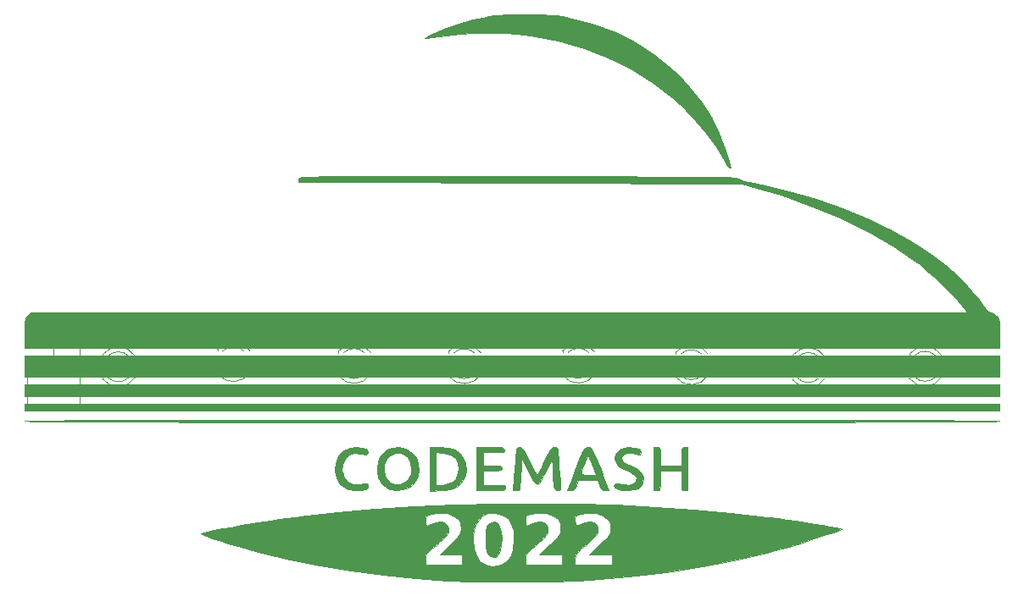
<source format=gbr>
%TF.GenerationSoftware,KiCad,Pcbnew,5.1.10-88a1d61d58~88~ubuntu20.04.1*%
%TF.CreationDate,2021-09-19T12:56:21-04:00*%
%TF.ProjectId,Spaceship-Badge-555,53706163-6573-4686-9970-2d4261646765,rev?*%
%TF.SameCoordinates,Original*%
%TF.FileFunction,Legend,Top*%
%TF.FilePolarity,Positive*%
%FSLAX46Y46*%
G04 Gerber Fmt 4.6, Leading zero omitted, Abs format (unit mm)*
G04 Created by KiCad (PCBNEW 5.1.10-88a1d61d58~88~ubuntu20.04.1) date 2021-09-19 12:56:21*
%MOMM*%
%LPD*%
G01*
G04 APERTURE LIST*
%ADD10C,0.010000*%
%ADD11C,0.120000*%
G04 APERTURE END LIST*
D10*
%TO.C,G\u002A\u002A\u002A*%
G36*
X202306924Y-116628017D02*
G01*
X206383014Y-116735407D01*
X210293896Y-116917492D01*
X214083181Y-117176807D01*
X217794480Y-117515889D01*
X221471404Y-117937274D01*
X221752154Y-117972925D01*
X222546723Y-118078601D01*
X223423499Y-118202161D01*
X224345315Y-118337650D01*
X225275006Y-118479112D01*
X226175404Y-118620592D01*
X227009344Y-118756135D01*
X227739659Y-118879784D01*
X228329183Y-118985586D01*
X228740749Y-119067583D01*
X228937191Y-119119822D01*
X228947053Y-119125815D01*
X228852678Y-119186422D01*
X228542873Y-119310243D01*
X228053203Y-119485867D01*
X227419236Y-119701879D01*
X226676537Y-119946867D01*
X225860672Y-120209418D01*
X225007208Y-120478120D01*
X224151710Y-120741559D01*
X223329744Y-120988323D01*
X222576878Y-121207000D01*
X221928676Y-121386175D01*
X221785416Y-121423910D01*
X218505780Y-122198583D01*
X215023257Y-122872415D01*
X211379099Y-123439238D01*
X207614562Y-123892885D01*
X203770899Y-124227186D01*
X202473560Y-124311368D01*
X201643506Y-124349326D01*
X200599662Y-124379303D01*
X199389972Y-124401339D01*
X198062380Y-124415470D01*
X196664827Y-124421734D01*
X195245258Y-124420169D01*
X193851616Y-124410811D01*
X192531845Y-124393698D01*
X191333887Y-124368868D01*
X190305686Y-124336358D01*
X189577168Y-124301295D01*
X186354942Y-124056884D01*
X183111612Y-123713120D01*
X179897972Y-123277982D01*
X176764816Y-122759450D01*
X173762938Y-122165503D01*
X170943132Y-121504121D01*
X169741601Y-121185092D01*
X168628228Y-120870971D01*
X167616060Y-120572518D01*
X166728785Y-120297659D01*
X165990096Y-120054320D01*
X165423682Y-119850428D01*
X165053234Y-119693909D01*
X164902442Y-119592688D01*
X164910200Y-119568640D01*
X165125095Y-119495272D01*
X165566785Y-119390879D01*
X166202767Y-119260932D01*
X167000535Y-119110900D01*
X167927585Y-118946255D01*
X168951412Y-118772466D01*
X170039512Y-118595003D01*
X171159381Y-118419337D01*
X171944630Y-118301179D01*
X187351395Y-118301179D01*
X187370962Y-118658444D01*
X187465588Y-118787481D01*
X187689158Y-118721062D01*
X187875106Y-118619676D01*
X188327252Y-118467097D01*
X188854192Y-118431985D01*
X189249170Y-118506605D01*
X189496255Y-118725918D01*
X189623973Y-119085886D01*
X189597212Y-119479236D01*
X189581996Y-119523472D01*
X189434725Y-119738141D01*
X189132846Y-120066386D01*
X188725523Y-120457333D01*
X188411618Y-120734555D01*
X187941954Y-121140953D01*
X187637864Y-121430100D01*
X187463217Y-121651732D01*
X187381882Y-121855583D01*
X187357730Y-122091386D01*
X187356126Y-122187460D01*
X187351395Y-122743903D01*
X191017374Y-122743903D01*
X191017374Y-121696480D01*
X188750093Y-121696480D01*
X189819080Y-120681789D01*
X190282585Y-120237503D01*
X190327744Y-120190810D01*
X192066257Y-120190810D01*
X192155996Y-121078596D01*
X192410737Y-121806567D01*
X192808766Y-122356960D01*
X193328370Y-122712014D01*
X193947835Y-122853965D01*
X194645448Y-122765051D01*
X195035724Y-122619940D01*
X195542170Y-122287462D01*
X195891288Y-121806753D01*
X196096016Y-121150100D01*
X196169295Y-120289790D01*
X196169891Y-120190810D01*
X196113100Y-119321721D01*
X195932097Y-118658075D01*
X195698746Y-118301179D01*
X197301911Y-118301179D01*
X197321478Y-118658444D01*
X197416103Y-118787481D01*
X197639674Y-118721062D01*
X197825622Y-118619676D01*
X198277767Y-118467097D01*
X198804707Y-118431985D01*
X199199685Y-118506605D01*
X199446771Y-118725918D01*
X199574489Y-119085886D01*
X199547728Y-119479236D01*
X199532512Y-119523472D01*
X199385241Y-119738141D01*
X199083361Y-120066386D01*
X198676039Y-120457333D01*
X198362133Y-120734555D01*
X197892469Y-121140953D01*
X197588379Y-121430100D01*
X197413732Y-121651732D01*
X197332398Y-121855583D01*
X197308245Y-122091386D01*
X197306642Y-122187460D01*
X197301911Y-122743903D01*
X200967890Y-122743903D01*
X200967890Y-121696480D01*
X198700609Y-121696480D01*
X199769596Y-120681789D01*
X200233101Y-120237503D01*
X200538514Y-119921717D01*
X200718755Y-119683811D01*
X200806740Y-119473166D01*
X200835389Y-119239163D01*
X200837773Y-119039240D01*
X200798594Y-118575019D01*
X200678648Y-118301179D01*
X202277168Y-118301179D01*
X202296735Y-118658444D01*
X202391361Y-118787481D01*
X202614932Y-118721062D01*
X202800880Y-118619676D01*
X203253025Y-118467097D01*
X203779965Y-118431985D01*
X204174943Y-118506605D01*
X204422028Y-118725918D01*
X204549746Y-119085886D01*
X204522986Y-119479236D01*
X204507769Y-119523472D01*
X204360498Y-119738141D01*
X204058619Y-120066386D01*
X203651297Y-120457333D01*
X203337391Y-120734555D01*
X202867727Y-121140953D01*
X202563637Y-121430100D01*
X202388990Y-121651732D01*
X202307655Y-121855583D01*
X202283503Y-122091386D01*
X202281900Y-122187460D01*
X202277168Y-122743903D01*
X205943148Y-122743903D01*
X205943148Y-121696480D01*
X203675866Y-121696480D01*
X204744854Y-120681789D01*
X205208359Y-120237503D01*
X205513772Y-119921717D01*
X205694012Y-119683811D01*
X205781998Y-119473166D01*
X205810647Y-119239163D01*
X205813030Y-119039240D01*
X205773852Y-118575019D01*
X205633262Y-118254049D01*
X205499951Y-118099113D01*
X205016115Y-117779892D01*
X204370913Y-117590710D01*
X203640166Y-117550648D01*
X203404991Y-117571886D01*
X202862908Y-117646715D01*
X202530056Y-117725123D01*
X202355464Y-117840069D01*
X202288159Y-118024512D01*
X202277168Y-118301179D01*
X200678648Y-118301179D01*
X200658004Y-118254049D01*
X200524693Y-118099113D01*
X200040857Y-117779892D01*
X199395656Y-117590710D01*
X198664908Y-117550648D01*
X198429733Y-117571886D01*
X197887651Y-117646715D01*
X197554799Y-117725123D01*
X197380206Y-117840069D01*
X197312901Y-118024512D01*
X197301911Y-118301179D01*
X195698746Y-118301179D01*
X195610940Y-118166887D01*
X195133685Y-117815177D01*
X194987632Y-117744964D01*
X194271037Y-117543683D01*
X193617207Y-117582017D01*
X193049063Y-117840777D01*
X192589529Y-118300772D01*
X192261525Y-118942811D01*
X192087973Y-119747702D01*
X192066257Y-120190810D01*
X190327744Y-120190810D01*
X190587999Y-119921717D01*
X190768239Y-119683811D01*
X190856224Y-119473166D01*
X190884873Y-119239163D01*
X190887257Y-119039240D01*
X190848079Y-118575019D01*
X190707488Y-118254049D01*
X190574177Y-118099113D01*
X190090342Y-117779892D01*
X189445140Y-117590710D01*
X188714393Y-117550648D01*
X188479218Y-117571886D01*
X187937135Y-117646715D01*
X187604283Y-117725123D01*
X187429691Y-117840069D01*
X187362386Y-118024512D01*
X187351395Y-118301179D01*
X171944630Y-118301179D01*
X172278514Y-118250939D01*
X173364406Y-118095277D01*
X174384554Y-117957823D01*
X174782323Y-117907245D01*
X178536231Y-117484258D01*
X182341527Y-117146068D01*
X186239833Y-116890321D01*
X190272768Y-116714662D01*
X194481954Y-116616737D01*
X198022014Y-116592783D01*
X202306924Y-116628017D01*
G37*
X202306924Y-116628017D02*
X206383014Y-116735407D01*
X210293896Y-116917492D01*
X214083181Y-117176807D01*
X217794480Y-117515889D01*
X221471404Y-117937274D01*
X221752154Y-117972925D01*
X222546723Y-118078601D01*
X223423499Y-118202161D01*
X224345315Y-118337650D01*
X225275006Y-118479112D01*
X226175404Y-118620592D01*
X227009344Y-118756135D01*
X227739659Y-118879784D01*
X228329183Y-118985586D01*
X228740749Y-119067583D01*
X228937191Y-119119822D01*
X228947053Y-119125815D01*
X228852678Y-119186422D01*
X228542873Y-119310243D01*
X228053203Y-119485867D01*
X227419236Y-119701879D01*
X226676537Y-119946867D01*
X225860672Y-120209418D01*
X225007208Y-120478120D01*
X224151710Y-120741559D01*
X223329744Y-120988323D01*
X222576878Y-121207000D01*
X221928676Y-121386175D01*
X221785416Y-121423910D01*
X218505780Y-122198583D01*
X215023257Y-122872415D01*
X211379099Y-123439238D01*
X207614562Y-123892885D01*
X203770899Y-124227186D01*
X202473560Y-124311368D01*
X201643506Y-124349326D01*
X200599662Y-124379303D01*
X199389972Y-124401339D01*
X198062380Y-124415470D01*
X196664827Y-124421734D01*
X195245258Y-124420169D01*
X193851616Y-124410811D01*
X192531845Y-124393698D01*
X191333887Y-124368868D01*
X190305686Y-124336358D01*
X189577168Y-124301295D01*
X186354942Y-124056884D01*
X183111612Y-123713120D01*
X179897972Y-123277982D01*
X176764816Y-122759450D01*
X173762938Y-122165503D01*
X170943132Y-121504121D01*
X169741601Y-121185092D01*
X168628228Y-120870971D01*
X167616060Y-120572518D01*
X166728785Y-120297659D01*
X165990096Y-120054320D01*
X165423682Y-119850428D01*
X165053234Y-119693909D01*
X164902442Y-119592688D01*
X164910200Y-119568640D01*
X165125095Y-119495272D01*
X165566785Y-119390879D01*
X166202767Y-119260932D01*
X167000535Y-119110900D01*
X167927585Y-118946255D01*
X168951412Y-118772466D01*
X170039512Y-118595003D01*
X171159381Y-118419337D01*
X171944630Y-118301179D01*
X187351395Y-118301179D01*
X187370962Y-118658444D01*
X187465588Y-118787481D01*
X187689158Y-118721062D01*
X187875106Y-118619676D01*
X188327252Y-118467097D01*
X188854192Y-118431985D01*
X189249170Y-118506605D01*
X189496255Y-118725918D01*
X189623973Y-119085886D01*
X189597212Y-119479236D01*
X189581996Y-119523472D01*
X189434725Y-119738141D01*
X189132846Y-120066386D01*
X188725523Y-120457333D01*
X188411618Y-120734555D01*
X187941954Y-121140953D01*
X187637864Y-121430100D01*
X187463217Y-121651732D01*
X187381882Y-121855583D01*
X187357730Y-122091386D01*
X187356126Y-122187460D01*
X187351395Y-122743903D01*
X191017374Y-122743903D01*
X191017374Y-121696480D01*
X188750093Y-121696480D01*
X189819080Y-120681789D01*
X190282585Y-120237503D01*
X190327744Y-120190810D01*
X192066257Y-120190810D01*
X192155996Y-121078596D01*
X192410737Y-121806567D01*
X192808766Y-122356960D01*
X193328370Y-122712014D01*
X193947835Y-122853965D01*
X194645448Y-122765051D01*
X195035724Y-122619940D01*
X195542170Y-122287462D01*
X195891288Y-121806753D01*
X196096016Y-121150100D01*
X196169295Y-120289790D01*
X196169891Y-120190810D01*
X196113100Y-119321721D01*
X195932097Y-118658075D01*
X195698746Y-118301179D01*
X197301911Y-118301179D01*
X197321478Y-118658444D01*
X197416103Y-118787481D01*
X197639674Y-118721062D01*
X197825622Y-118619676D01*
X198277767Y-118467097D01*
X198804707Y-118431985D01*
X199199685Y-118506605D01*
X199446771Y-118725918D01*
X199574489Y-119085886D01*
X199547728Y-119479236D01*
X199532512Y-119523472D01*
X199385241Y-119738141D01*
X199083361Y-120066386D01*
X198676039Y-120457333D01*
X198362133Y-120734555D01*
X197892469Y-121140953D01*
X197588379Y-121430100D01*
X197413732Y-121651732D01*
X197332398Y-121855583D01*
X197308245Y-122091386D01*
X197306642Y-122187460D01*
X197301911Y-122743903D01*
X200967890Y-122743903D01*
X200967890Y-121696480D01*
X198700609Y-121696480D01*
X199769596Y-120681789D01*
X200233101Y-120237503D01*
X200538514Y-119921717D01*
X200718755Y-119683811D01*
X200806740Y-119473166D01*
X200835389Y-119239163D01*
X200837773Y-119039240D01*
X200798594Y-118575019D01*
X200678648Y-118301179D01*
X202277168Y-118301179D01*
X202296735Y-118658444D01*
X202391361Y-118787481D01*
X202614932Y-118721062D01*
X202800880Y-118619676D01*
X203253025Y-118467097D01*
X203779965Y-118431985D01*
X204174943Y-118506605D01*
X204422028Y-118725918D01*
X204549746Y-119085886D01*
X204522986Y-119479236D01*
X204507769Y-119523472D01*
X204360498Y-119738141D01*
X204058619Y-120066386D01*
X203651297Y-120457333D01*
X203337391Y-120734555D01*
X202867727Y-121140953D01*
X202563637Y-121430100D01*
X202388990Y-121651732D01*
X202307655Y-121855583D01*
X202283503Y-122091386D01*
X202281900Y-122187460D01*
X202277168Y-122743903D01*
X205943148Y-122743903D01*
X205943148Y-121696480D01*
X203675866Y-121696480D01*
X204744854Y-120681789D01*
X205208359Y-120237503D01*
X205513772Y-119921717D01*
X205694012Y-119683811D01*
X205781998Y-119473166D01*
X205810647Y-119239163D01*
X205813030Y-119039240D01*
X205773852Y-118575019D01*
X205633262Y-118254049D01*
X205499951Y-118099113D01*
X205016115Y-117779892D01*
X204370913Y-117590710D01*
X203640166Y-117550648D01*
X203404991Y-117571886D01*
X202862908Y-117646715D01*
X202530056Y-117725123D01*
X202355464Y-117840069D01*
X202288159Y-118024512D01*
X202277168Y-118301179D01*
X200678648Y-118301179D01*
X200658004Y-118254049D01*
X200524693Y-118099113D01*
X200040857Y-117779892D01*
X199395656Y-117590710D01*
X198664908Y-117550648D01*
X198429733Y-117571886D01*
X197887651Y-117646715D01*
X197554799Y-117725123D01*
X197380206Y-117840069D01*
X197312901Y-118024512D01*
X197301911Y-118301179D01*
X195698746Y-118301179D01*
X195610940Y-118166887D01*
X195133685Y-117815177D01*
X194987632Y-117744964D01*
X194271037Y-117543683D01*
X193617207Y-117582017D01*
X193049063Y-117840777D01*
X192589529Y-118300772D01*
X192261525Y-118942811D01*
X192087973Y-119747702D01*
X192066257Y-120190810D01*
X190327744Y-120190810D01*
X190587999Y-119921717D01*
X190768239Y-119683811D01*
X190856224Y-119473166D01*
X190884873Y-119239163D01*
X190887257Y-119039240D01*
X190848079Y-118575019D01*
X190707488Y-118254049D01*
X190574177Y-118099113D01*
X190090342Y-117779892D01*
X189445140Y-117590710D01*
X188714393Y-117550648D01*
X188479218Y-117571886D01*
X187937135Y-117646715D01*
X187604283Y-117725123D01*
X187429691Y-117840069D01*
X187362386Y-118024512D01*
X187351395Y-118301179D01*
X171944630Y-118301179D01*
X172278514Y-118250939D01*
X173364406Y-118095277D01*
X174384554Y-117957823D01*
X174782323Y-117907245D01*
X178536231Y-117484258D01*
X182341527Y-117146068D01*
X186239833Y-116890321D01*
X190272768Y-116714662D01*
X194481954Y-116616737D01*
X198022014Y-116592783D01*
X202306924Y-116628017D01*
G36*
X180996431Y-111006917D02*
G01*
X181402231Y-111140354D01*
X181583112Y-111352734D01*
X181590570Y-111415525D01*
X181533908Y-111613539D01*
X181334899Y-111678493D01*
X180950015Y-111621058D01*
X180850929Y-111596847D01*
X180225591Y-111549723D01*
X179698038Y-111726001D01*
X179297881Y-112096256D01*
X179054733Y-112631062D01*
X178998206Y-113300994D01*
X179009348Y-113426756D01*
X179183746Y-114020565D01*
X179539417Y-114437591D01*
X180054451Y-114666234D01*
X180706938Y-114694893D01*
X181215577Y-114594901D01*
X181480713Y-114560191D01*
X181605725Y-114686293D01*
X181630714Y-114765747D01*
X181614141Y-115000458D01*
X181380135Y-115155418D01*
X181375277Y-115157275D01*
X180849890Y-115268901D01*
X180236486Y-115272614D01*
X179652532Y-115176065D01*
X179265405Y-115019868D01*
X178753041Y-114584712D01*
X178443141Y-114014157D01*
X178321395Y-113279513D01*
X178318353Y-113120707D01*
X178418623Y-112326880D01*
X178712113Y-111703440D01*
X179187846Y-111261845D01*
X179834842Y-111013551D01*
X180388095Y-110960887D01*
X180996431Y-111006917D01*
G37*
X180996431Y-111006917D02*
X181402231Y-111140354D01*
X181583112Y-111352734D01*
X181590570Y-111415525D01*
X181533908Y-111613539D01*
X181334899Y-111678493D01*
X180950015Y-111621058D01*
X180850929Y-111596847D01*
X180225591Y-111549723D01*
X179698038Y-111726001D01*
X179297881Y-112096256D01*
X179054733Y-112631062D01*
X178998206Y-113300994D01*
X179009348Y-113426756D01*
X179183746Y-114020565D01*
X179539417Y-114437591D01*
X180054451Y-114666234D01*
X180706938Y-114694893D01*
X181215577Y-114594901D01*
X181480713Y-114560191D01*
X181605725Y-114686293D01*
X181630714Y-114765747D01*
X181614141Y-115000458D01*
X181380135Y-115155418D01*
X181375277Y-115157275D01*
X180849890Y-115268901D01*
X180236486Y-115272614D01*
X179652532Y-115176065D01*
X179265405Y-115019868D01*
X178753041Y-114584712D01*
X178443141Y-114014157D01*
X178321395Y-113279513D01*
X178318353Y-113120707D01*
X178418623Y-112326880D01*
X178712113Y-111703440D01*
X179187846Y-111261845D01*
X179834842Y-111013551D01*
X180388095Y-110960887D01*
X180996431Y-111006917D01*
G36*
X185298007Y-111080153D02*
G01*
X185650665Y-111254985D01*
X186169436Y-111679727D01*
X186476109Y-112137932D01*
X186613005Y-112710120D01*
X186631292Y-113120707D01*
X186572642Y-113794555D01*
X186368478Y-114308257D01*
X185976479Y-114742335D01*
X185650665Y-114986429D01*
X185103590Y-115218961D01*
X184459301Y-115285261D01*
X183824228Y-115183707D01*
X183455095Y-115019868D01*
X182942732Y-114584712D01*
X182632831Y-114014157D01*
X182511086Y-113279513D01*
X182509772Y-113210894D01*
X183161667Y-113210894D01*
X183282565Y-113787367D01*
X183424877Y-114074459D01*
X183815603Y-114499596D01*
X184300074Y-114705978D01*
X184821787Y-114689307D01*
X185324240Y-114445291D01*
X185551137Y-114236075D01*
X185774888Y-113936903D01*
X185882367Y-113615519D01*
X185911142Y-113156380D01*
X185911189Y-113128687D01*
X185813798Y-112465657D01*
X185535037Y-111956679D01*
X185095025Y-111630635D01*
X184806315Y-111542438D01*
X184264412Y-111554976D01*
X183802922Y-111775881D01*
X183447919Y-112157362D01*
X183225476Y-112651629D01*
X183161667Y-113210894D01*
X182509772Y-113210894D01*
X182508044Y-113120707D01*
X182596007Y-112352004D01*
X182869436Y-111752785D01*
X183342636Y-111294359D01*
X183455095Y-111221546D01*
X184023967Y-111006010D01*
X184673748Y-110959419D01*
X185298007Y-111080153D01*
G37*
X185298007Y-111080153D02*
X185650665Y-111254985D01*
X186169436Y-111679727D01*
X186476109Y-112137932D01*
X186613005Y-112710120D01*
X186631292Y-113120707D01*
X186572642Y-113794555D01*
X186368478Y-114308257D01*
X185976479Y-114742335D01*
X185650665Y-114986429D01*
X185103590Y-115218961D01*
X184459301Y-115285261D01*
X183824228Y-115183707D01*
X183455095Y-115019868D01*
X182942732Y-114584712D01*
X182632831Y-114014157D01*
X182511086Y-113279513D01*
X182509772Y-113210894D01*
X183161667Y-113210894D01*
X183282565Y-113787367D01*
X183424877Y-114074459D01*
X183815603Y-114499596D01*
X184300074Y-114705978D01*
X184821787Y-114689307D01*
X185324240Y-114445291D01*
X185551137Y-114236075D01*
X185774888Y-113936903D01*
X185882367Y-113615519D01*
X185911142Y-113156380D01*
X185911189Y-113128687D01*
X185813798Y-112465657D01*
X185535037Y-111956679D01*
X185095025Y-111630635D01*
X184806315Y-111542438D01*
X184264412Y-111554976D01*
X183802922Y-111775881D01*
X183447919Y-112157362D01*
X183225476Y-112651629D01*
X183161667Y-113210894D01*
X182509772Y-113210894D01*
X182508044Y-113120707D01*
X182596007Y-112352004D01*
X182869436Y-111752785D01*
X183342636Y-111294359D01*
X183455095Y-111221546D01*
X184023967Y-111006010D01*
X184673748Y-110959419D01*
X185298007Y-111080153D01*
G36*
X189624917Y-111026357D02*
G01*
X190306072Y-111234393D01*
X190806953Y-111599745D01*
X191151967Y-112137651D01*
X191296322Y-112557052D01*
X191372589Y-113304083D01*
X191204674Y-113999131D01*
X190805982Y-114599796D01*
X190586232Y-114803051D01*
X190324553Y-114997025D01*
X190072936Y-115120226D01*
X189756018Y-115193175D01*
X189298433Y-115236393D01*
X188919581Y-115256850D01*
X187744179Y-115313046D01*
X187744179Y-114793779D01*
X188398818Y-114793779D01*
X189070017Y-114714285D01*
X189528680Y-114626836D01*
X189925995Y-114495791D01*
X190057820Y-114427345D01*
X190418841Y-114037498D01*
X190601902Y-113465093D01*
X190624591Y-113120707D01*
X190542732Y-112481745D01*
X190284539Y-112018103D01*
X189831090Y-111710382D01*
X189163461Y-111539187D01*
X189070017Y-111527129D01*
X188398818Y-111447635D01*
X188398818Y-114793779D01*
X187744179Y-114793779D01*
X187744179Y-110960398D01*
X188739082Y-110960398D01*
X189624917Y-111026357D01*
G37*
X189624917Y-111026357D02*
X190306072Y-111234393D01*
X190806953Y-111599745D01*
X191151967Y-112137651D01*
X191296322Y-112557052D01*
X191372589Y-113304083D01*
X191204674Y-113999131D01*
X190805982Y-114599796D01*
X190586232Y-114803051D01*
X190324553Y-114997025D01*
X190072936Y-115120226D01*
X189756018Y-115193175D01*
X189298433Y-115236393D01*
X188919581Y-115256850D01*
X187744179Y-115313046D01*
X187744179Y-114793779D01*
X188398818Y-114793779D01*
X189070017Y-114714285D01*
X189528680Y-114626836D01*
X189925995Y-114495791D01*
X190057820Y-114427345D01*
X190418841Y-114037498D01*
X190601902Y-113465093D01*
X190624591Y-113120707D01*
X190542732Y-112481745D01*
X190284539Y-112018103D01*
X189831090Y-111710382D01*
X189163461Y-111539187D01*
X189070017Y-111527129D01*
X188398818Y-111447635D01*
X188398818Y-114793779D01*
X187744179Y-114793779D01*
X187744179Y-110960398D01*
X188739082Y-110960398D01*
X189624917Y-111026357D01*
G36*
X194445613Y-110963681D02*
G01*
X194843369Y-110979410D01*
X195071886Y-111016402D01*
X195177459Y-111083476D01*
X195206384Y-111189449D01*
X195207065Y-111222253D01*
X195185198Y-111352721D01*
X195084480Y-111430914D01*
X194852240Y-111469999D01*
X194435803Y-111483146D01*
X194159642Y-111484109D01*
X193112220Y-111484109D01*
X193112220Y-112793387D01*
X194028715Y-112793387D01*
X194510361Y-112800452D01*
X194786289Y-112832311D01*
X194912490Y-112904961D01*
X194944954Y-113034399D01*
X194945209Y-113055243D01*
X194920483Y-113192856D01*
X194808978Y-113271693D01*
X194554702Y-113307750D01*
X194101667Y-113317026D01*
X194028715Y-113317099D01*
X193112220Y-113317099D01*
X193112220Y-114757305D01*
X194225106Y-114757305D01*
X194766225Y-114762178D01*
X195096752Y-114784828D01*
X195267888Y-114837304D01*
X195330837Y-114931651D01*
X195337993Y-115019161D01*
X195321420Y-115133759D01*
X195241522Y-115208981D01*
X195053034Y-115253058D01*
X194710689Y-115274218D01*
X194169220Y-115280694D01*
X193897787Y-115281016D01*
X192457581Y-115281016D01*
X192457581Y-110960398D01*
X193832323Y-110960398D01*
X194445613Y-110963681D01*
G37*
X194445613Y-110963681D02*
X194843369Y-110979410D01*
X195071886Y-111016402D01*
X195177459Y-111083476D01*
X195206384Y-111189449D01*
X195207065Y-111222253D01*
X195185198Y-111352721D01*
X195084480Y-111430914D01*
X194852240Y-111469999D01*
X194435803Y-111483146D01*
X194159642Y-111484109D01*
X193112220Y-111484109D01*
X193112220Y-112793387D01*
X194028715Y-112793387D01*
X194510361Y-112800452D01*
X194786289Y-112832311D01*
X194912490Y-112904961D01*
X194944954Y-113034399D01*
X194945209Y-113055243D01*
X194920483Y-113192856D01*
X194808978Y-113271693D01*
X194554702Y-113307750D01*
X194101667Y-113317026D01*
X194028715Y-113317099D01*
X193112220Y-113317099D01*
X193112220Y-114757305D01*
X194225106Y-114757305D01*
X194766225Y-114762178D01*
X195096752Y-114784828D01*
X195267888Y-114837304D01*
X195330837Y-114931651D01*
X195337993Y-115019161D01*
X195321420Y-115133759D01*
X195241522Y-115208981D01*
X195053034Y-115253058D01*
X194710689Y-115274218D01*
X194169220Y-115280694D01*
X193897787Y-115281016D01*
X192457581Y-115281016D01*
X192457581Y-110960398D01*
X193832323Y-110960398D01*
X194445613Y-110963681D01*
G36*
X200376752Y-110974670D02*
G01*
X200469871Y-111049582D01*
X200531271Y-111233276D01*
X200575591Y-111573894D01*
X200617468Y-112119577D01*
X200625448Y-112236944D01*
X200673783Y-112919762D01*
X200727395Y-113626077D01*
X200776944Y-114234200D01*
X200791231Y-114397253D01*
X200829295Y-114864448D01*
X200826878Y-115128728D01*
X200767863Y-115247897D01*
X200636130Y-115279760D01*
X200544797Y-115281016D01*
X200351068Y-115255221D01*
X200239282Y-115134801D01*
X200171072Y-114855203D01*
X200136234Y-114593645D01*
X200089485Y-114061320D01*
X200059032Y-113440891D01*
X200052533Y-113080248D01*
X200032326Y-112593565D01*
X199974163Y-112355773D01*
X199913935Y-112339177D01*
X199801393Y-112489326D01*
X199614869Y-112820541D01*
X199386208Y-113274368D01*
X199267755Y-113525254D01*
X198976811Y-114119482D01*
X198737352Y-114488380D01*
X198521035Y-114629019D01*
X198299520Y-114538467D01*
X198044465Y-114213792D01*
X197727528Y-113652063D01*
X197571732Y-113349831D01*
X196922511Y-112073284D01*
X196915819Y-112675437D01*
X196900830Y-113116311D01*
X196867976Y-113692892D01*
X196824451Y-114279303D01*
X196776736Y-114784895D01*
X196724749Y-115083536D01*
X196646187Y-115229511D01*
X196518748Y-115277102D01*
X196412882Y-115281016D01*
X196085989Y-115281016D01*
X196172585Y-114069934D01*
X196242905Y-113091560D01*
X196299777Y-112343456D01*
X196348849Y-111794734D01*
X196395770Y-111414505D01*
X196446188Y-111171881D01*
X196505749Y-111035975D01*
X196580101Y-110975896D01*
X196674893Y-110960758D01*
X196741147Y-110960398D01*
X196890487Y-110987686D01*
X197032723Y-111095199D01*
X197194501Y-111321411D01*
X197402469Y-111704795D01*
X197683271Y-112283826D01*
X197737779Y-112399410D01*
X198003735Y-112953055D01*
X198232789Y-113408166D01*
X198401119Y-113718897D01*
X198484900Y-113839400D01*
X198486173Y-113839616D01*
X198564606Y-113727864D01*
X198717962Y-113426097D01*
X198920852Y-112986181D01*
X199061020Y-112665316D01*
X199363386Y-111978353D01*
X199598600Y-111500756D01*
X199791388Y-111196685D01*
X199966477Y-111030302D01*
X200148594Y-110965764D01*
X200237273Y-110960398D01*
X200376752Y-110974670D01*
G37*
X200376752Y-110974670D02*
X200469871Y-111049582D01*
X200531271Y-111233276D01*
X200575591Y-111573894D01*
X200617468Y-112119577D01*
X200625448Y-112236944D01*
X200673783Y-112919762D01*
X200727395Y-113626077D01*
X200776944Y-114234200D01*
X200791231Y-114397253D01*
X200829295Y-114864448D01*
X200826878Y-115128728D01*
X200767863Y-115247897D01*
X200636130Y-115279760D01*
X200544797Y-115281016D01*
X200351068Y-115255221D01*
X200239282Y-115134801D01*
X200171072Y-114855203D01*
X200136234Y-114593645D01*
X200089485Y-114061320D01*
X200059032Y-113440891D01*
X200052533Y-113080248D01*
X200032326Y-112593565D01*
X199974163Y-112355773D01*
X199913935Y-112339177D01*
X199801393Y-112489326D01*
X199614869Y-112820541D01*
X199386208Y-113274368D01*
X199267755Y-113525254D01*
X198976811Y-114119482D01*
X198737352Y-114488380D01*
X198521035Y-114629019D01*
X198299520Y-114538467D01*
X198044465Y-114213792D01*
X197727528Y-113652063D01*
X197571732Y-113349831D01*
X196922511Y-112073284D01*
X196915819Y-112675437D01*
X196900830Y-113116311D01*
X196867976Y-113692892D01*
X196824451Y-114279303D01*
X196776736Y-114784895D01*
X196724749Y-115083536D01*
X196646187Y-115229511D01*
X196518748Y-115277102D01*
X196412882Y-115281016D01*
X196085989Y-115281016D01*
X196172585Y-114069934D01*
X196242905Y-113091560D01*
X196299777Y-112343456D01*
X196348849Y-111794734D01*
X196395770Y-111414505D01*
X196446188Y-111171881D01*
X196505749Y-111035975D01*
X196580101Y-110975896D01*
X196674893Y-110960758D01*
X196741147Y-110960398D01*
X196890487Y-110987686D01*
X197032723Y-111095199D01*
X197194501Y-111321411D01*
X197402469Y-111704795D01*
X197683271Y-112283826D01*
X197737779Y-112399410D01*
X198003735Y-112953055D01*
X198232789Y-113408166D01*
X198401119Y-113718897D01*
X198484900Y-113839400D01*
X198486173Y-113839616D01*
X198564606Y-113727864D01*
X198717962Y-113426097D01*
X198920852Y-112986181D01*
X199061020Y-112665316D01*
X199363386Y-111978353D01*
X199598600Y-111500756D01*
X199791388Y-111196685D01*
X199966477Y-111030302D01*
X200148594Y-110965764D01*
X200237273Y-110960398D01*
X200376752Y-110974670D01*
G36*
X203707100Y-110979396D02*
G01*
X203831032Y-111049546D01*
X203961211Y-111200382D01*
X204112326Y-111459987D01*
X204299062Y-111856443D01*
X204536107Y-112417833D01*
X204838146Y-113172240D01*
X205158546Y-113990314D01*
X205661548Y-115281016D01*
X205292852Y-115281016D01*
X205036206Y-115238455D01*
X204860183Y-115066072D01*
X204714609Y-114757305D01*
X204505062Y-114233594D01*
X202580936Y-114233594D01*
X202408096Y-114757305D01*
X202268457Y-115097187D01*
X202103810Y-115248608D01*
X201869296Y-115281016D01*
X201503336Y-115281016D01*
X201812235Y-114462717D01*
X202068291Y-113794013D01*
X202149181Y-113587403D01*
X202869770Y-113587403D01*
X202971418Y-113684190D01*
X203206025Y-113710426D01*
X203565045Y-113709882D01*
X204346856Y-113709882D01*
X204108667Y-113087975D01*
X203933623Y-112632094D01*
X203770226Y-112208375D01*
X203717880Y-112073284D01*
X203565283Y-111680501D01*
X203256567Y-112435860D01*
X203022947Y-113007025D01*
X202890481Y-113376278D01*
X202869770Y-113587403D01*
X202149181Y-113587403D01*
X202344223Y-113089233D01*
X202613950Y-112413512D01*
X202851389Y-111831985D01*
X203030458Y-111409789D01*
X203070496Y-111320449D01*
X203287626Y-111035789D01*
X203574731Y-110961850D01*
X203707100Y-110979396D01*
G37*
X203707100Y-110979396D02*
X203831032Y-111049546D01*
X203961211Y-111200382D01*
X204112326Y-111459987D01*
X204299062Y-111856443D01*
X204536107Y-112417833D01*
X204838146Y-113172240D01*
X205158546Y-113990314D01*
X205661548Y-115281016D01*
X205292852Y-115281016D01*
X205036206Y-115238455D01*
X204860183Y-115066072D01*
X204714609Y-114757305D01*
X204505062Y-114233594D01*
X202580936Y-114233594D01*
X202408096Y-114757305D01*
X202268457Y-115097187D01*
X202103810Y-115248608D01*
X201869296Y-115281016D01*
X201503336Y-115281016D01*
X201812235Y-114462717D01*
X202068291Y-113794013D01*
X202149181Y-113587403D01*
X202869770Y-113587403D01*
X202971418Y-113684190D01*
X203206025Y-113710426D01*
X203565045Y-113709882D01*
X204346856Y-113709882D01*
X204108667Y-113087975D01*
X203933623Y-112632094D01*
X203770226Y-112208375D01*
X203717880Y-112073284D01*
X203565283Y-111680501D01*
X203256567Y-112435860D01*
X203022947Y-113007025D01*
X202890481Y-113376278D01*
X202869770Y-113587403D01*
X202149181Y-113587403D01*
X202344223Y-113089233D01*
X202613950Y-112413512D01*
X202851389Y-111831985D01*
X203030458Y-111409789D01*
X203070496Y-111320449D01*
X203287626Y-111035789D01*
X203574731Y-110961850D01*
X203707100Y-110979396D01*
G36*
X208287164Y-111002670D02*
G01*
X208701084Y-111129843D01*
X208869641Y-111342455D01*
X208861439Y-111484328D01*
X208731444Y-111685556D01*
X208598516Y-111687623D01*
X208347726Y-111619334D01*
X207977604Y-111546041D01*
X207910046Y-111534863D01*
X207527657Y-111512813D01*
X207259668Y-111623372D01*
X207126328Y-111741135D01*
X206938763Y-111964416D01*
X206933498Y-112144166D01*
X207028942Y-112312005D01*
X207259534Y-112523123D01*
X207634544Y-112740251D01*
X207856838Y-112835239D01*
X208497221Y-113136194D01*
X208896055Y-113479738D01*
X209072581Y-113884886D01*
X209085416Y-114049316D01*
X209042080Y-114534383D01*
X208883744Y-114850751D01*
X208567910Y-115081341D01*
X208552340Y-115089467D01*
X208148495Y-115209648D01*
X207602276Y-115262998D01*
X207025098Y-115247188D01*
X206528373Y-115159887D01*
X206448026Y-115133474D01*
X206198814Y-114985365D01*
X206164565Y-114769537D01*
X206171469Y-114740472D01*
X206296758Y-114545590D01*
X206517621Y-114550428D01*
X207192859Y-114699172D01*
X207689335Y-114716464D01*
X208054346Y-114603019D01*
X208101401Y-114574300D01*
X208387401Y-114292806D01*
X208417867Y-113999255D01*
X208198230Y-113703152D01*
X207733923Y-113414003D01*
X207344205Y-113249316D01*
X206745053Y-112941908D01*
X206368409Y-112564357D01*
X206224262Y-112141830D01*
X206322599Y-111699494D01*
X206587715Y-111343110D01*
X206878939Y-111100221D01*
X207187743Y-110987568D01*
X207626615Y-110960398D01*
X208287164Y-111002670D01*
G37*
X208287164Y-111002670D02*
X208701084Y-111129843D01*
X208869641Y-111342455D01*
X208861439Y-111484328D01*
X208731444Y-111685556D01*
X208598516Y-111687623D01*
X208347726Y-111619334D01*
X207977604Y-111546041D01*
X207910046Y-111534863D01*
X207527657Y-111512813D01*
X207259668Y-111623372D01*
X207126328Y-111741135D01*
X206938763Y-111964416D01*
X206933498Y-112144166D01*
X207028942Y-112312005D01*
X207259534Y-112523123D01*
X207634544Y-112740251D01*
X207856838Y-112835239D01*
X208497221Y-113136194D01*
X208896055Y-113479738D01*
X209072581Y-113884886D01*
X209085416Y-114049316D01*
X209042080Y-114534383D01*
X208883744Y-114850751D01*
X208567910Y-115081341D01*
X208552340Y-115089467D01*
X208148495Y-115209648D01*
X207602276Y-115262998D01*
X207025098Y-115247188D01*
X206528373Y-115159887D01*
X206448026Y-115133474D01*
X206198814Y-114985365D01*
X206164565Y-114769537D01*
X206171469Y-114740472D01*
X206296758Y-114545590D01*
X206517621Y-114550428D01*
X207192859Y-114699172D01*
X207689335Y-114716464D01*
X208054346Y-114603019D01*
X208101401Y-114574300D01*
X208387401Y-114292806D01*
X208417867Y-113999255D01*
X208198230Y-113703152D01*
X207733923Y-113414003D01*
X207344205Y-113249316D01*
X206745053Y-112941908D01*
X206368409Y-112564357D01*
X206224262Y-112141830D01*
X206322599Y-111699494D01*
X206587715Y-111343110D01*
X206878939Y-111100221D01*
X207187743Y-110987568D01*
X207626615Y-110960398D01*
X208287164Y-111002670D01*
G36*
X210631165Y-110973875D02*
G01*
X210729035Y-111052346D01*
X210774148Y-111252871D01*
X210786882Y-111632508D01*
X210787478Y-111876893D01*
X210787478Y-112793387D01*
X212882323Y-112793387D01*
X212882323Y-111876893D01*
X212887136Y-111398074D01*
X212915162Y-111124036D01*
X212986777Y-110997720D01*
X213122362Y-110962066D01*
X213209642Y-110960398D01*
X213536962Y-110960398D01*
X213536962Y-115281016D01*
X213209642Y-115281016D01*
X213043154Y-115268779D01*
X212945562Y-115195294D01*
X212898482Y-115005405D01*
X212883526Y-114643955D01*
X212882323Y-114299058D01*
X212882323Y-113317099D01*
X210787478Y-113317099D01*
X210787478Y-114299058D01*
X210783398Y-114798523D01*
X210758903Y-115091298D01*
X210695607Y-115232540D01*
X210575124Y-115277407D01*
X210460158Y-115281016D01*
X210132838Y-115281016D01*
X210132838Y-110960398D01*
X210460158Y-110960398D01*
X210631165Y-110973875D01*
G37*
X210631165Y-110973875D02*
X210729035Y-111052346D01*
X210774148Y-111252871D01*
X210786882Y-111632508D01*
X210787478Y-111876893D01*
X210787478Y-112793387D01*
X212882323Y-112793387D01*
X212882323Y-111876893D01*
X212887136Y-111398074D01*
X212915162Y-111124036D01*
X212986777Y-110997720D01*
X213122362Y-110962066D01*
X213209642Y-110960398D01*
X213536962Y-110960398D01*
X213536962Y-115281016D01*
X213209642Y-115281016D01*
X213043154Y-115268779D01*
X212945562Y-115195294D01*
X212898482Y-115005405D01*
X212883526Y-114643955D01*
X212882323Y-114299058D01*
X212882323Y-113317099D01*
X210787478Y-113317099D01*
X210787478Y-114299058D01*
X210783398Y-114798523D01*
X210758903Y-115091298D01*
X210695607Y-115232540D01*
X210575124Y-115277407D01*
X210460158Y-115281016D01*
X210132838Y-115281016D01*
X210132838Y-110960398D01*
X210460158Y-110960398D01*
X210631165Y-110973875D01*
G36*
X200887187Y-108211265D02*
G01*
X205523871Y-108212320D01*
X209902467Y-108214078D01*
X214022757Y-108216538D01*
X217884524Y-108219700D01*
X221487551Y-108223563D01*
X224831621Y-108228126D01*
X227916517Y-108233389D01*
X230742021Y-108239351D01*
X233307916Y-108246011D01*
X235613985Y-108253370D01*
X237660011Y-108261427D01*
X239445776Y-108270180D01*
X240971064Y-108279629D01*
X242235656Y-108289775D01*
X243239336Y-108300615D01*
X243981887Y-108312150D01*
X244463092Y-108324379D01*
X244682732Y-108337302D01*
X244697787Y-108341841D01*
X244566896Y-108354998D01*
X244174367Y-108367463D01*
X243520418Y-108379233D01*
X242605266Y-108390309D01*
X241429128Y-108400690D01*
X239992221Y-108410376D01*
X238294763Y-108419365D01*
X236336971Y-108427658D01*
X234119062Y-108435253D01*
X231641253Y-108442151D01*
X228903761Y-108448350D01*
X225906804Y-108453850D01*
X222650599Y-108458651D01*
X219135364Y-108462751D01*
X215361314Y-108466150D01*
X211328668Y-108468848D01*
X207037643Y-108470844D01*
X202488456Y-108472138D01*
X197681324Y-108472728D01*
X195992632Y-108472769D01*
X191098077Y-108472417D01*
X186461393Y-108471362D01*
X182082798Y-108469604D01*
X177962508Y-108467144D01*
X174100740Y-108463982D01*
X170497713Y-108460120D01*
X167153643Y-108455556D01*
X164068747Y-108450294D01*
X161243243Y-108444331D01*
X158677348Y-108437671D01*
X156371279Y-108430312D01*
X154325253Y-108422255D01*
X152539488Y-108413502D01*
X151014201Y-108404053D01*
X149749608Y-108393907D01*
X148745928Y-108383067D01*
X148003377Y-108371532D01*
X147522173Y-108359303D01*
X147302532Y-108346381D01*
X147287478Y-108341841D01*
X147418369Y-108328684D01*
X147810897Y-108316219D01*
X148464846Y-108304449D01*
X149379999Y-108293373D01*
X150556136Y-108282992D01*
X151993043Y-108273306D01*
X153690501Y-108264317D01*
X155648293Y-108256024D01*
X157866203Y-108248429D01*
X160344012Y-108241531D01*
X163081503Y-108235332D01*
X166078460Y-108229832D01*
X169334665Y-108225032D01*
X172849901Y-108220931D01*
X176623950Y-108217532D01*
X180656596Y-108214834D01*
X184947621Y-108212838D01*
X189496808Y-108211544D01*
X194303940Y-108210954D01*
X195992632Y-108210913D01*
X200887187Y-108211265D01*
G37*
X200887187Y-108211265D02*
X205523871Y-108212320D01*
X209902467Y-108214078D01*
X214022757Y-108216538D01*
X217884524Y-108219700D01*
X221487551Y-108223563D01*
X224831621Y-108228126D01*
X227916517Y-108233389D01*
X230742021Y-108239351D01*
X233307916Y-108246011D01*
X235613985Y-108253370D01*
X237660011Y-108261427D01*
X239445776Y-108270180D01*
X240971064Y-108279629D01*
X242235656Y-108289775D01*
X243239336Y-108300615D01*
X243981887Y-108312150D01*
X244463092Y-108324379D01*
X244682732Y-108337302D01*
X244697787Y-108341841D01*
X244566896Y-108354998D01*
X244174367Y-108367463D01*
X243520418Y-108379233D01*
X242605266Y-108390309D01*
X241429128Y-108400690D01*
X239992221Y-108410376D01*
X238294763Y-108419365D01*
X236336971Y-108427658D01*
X234119062Y-108435253D01*
X231641253Y-108442151D01*
X228903761Y-108448350D01*
X225906804Y-108453850D01*
X222650599Y-108458651D01*
X219135364Y-108462751D01*
X215361314Y-108466150D01*
X211328668Y-108468848D01*
X207037643Y-108470844D01*
X202488456Y-108472138D01*
X197681324Y-108472728D01*
X195992632Y-108472769D01*
X191098077Y-108472417D01*
X186461393Y-108471362D01*
X182082798Y-108469604D01*
X177962508Y-108467144D01*
X174100740Y-108463982D01*
X170497713Y-108460120D01*
X167153643Y-108455556D01*
X164068747Y-108450294D01*
X161243243Y-108444331D01*
X158677348Y-108437671D01*
X156371279Y-108430312D01*
X154325253Y-108422255D01*
X152539488Y-108413502D01*
X151014201Y-108404053D01*
X149749608Y-108393907D01*
X148745928Y-108383067D01*
X148003377Y-108371532D01*
X147522173Y-108359303D01*
X147302532Y-108346381D01*
X147287478Y-108341841D01*
X147418369Y-108328684D01*
X147810897Y-108316219D01*
X148464846Y-108304449D01*
X149379999Y-108293373D01*
X150556136Y-108282992D01*
X151993043Y-108273306D01*
X153690501Y-108264317D01*
X155648293Y-108256024D01*
X157866203Y-108248429D01*
X160344012Y-108241531D01*
X163081503Y-108235332D01*
X166078460Y-108229832D01*
X169334665Y-108225032D01*
X172849901Y-108220931D01*
X176623950Y-108217532D01*
X180656596Y-108214834D01*
X184947621Y-108212838D01*
X189496808Y-108211544D01*
X194303940Y-108210954D01*
X195992632Y-108210913D01*
X200887187Y-108211265D01*
G36*
X244697787Y-107294418D02*
G01*
X147287478Y-107294418D01*
X147287478Y-106639779D01*
X244697787Y-106639779D01*
X244697787Y-107294418D01*
G37*
X244697787Y-107294418D02*
X147287478Y-107294418D01*
X147287478Y-106639779D01*
X244697787Y-106639779D01*
X244697787Y-107294418D01*
G36*
X244697787Y-105854212D02*
G01*
X147287478Y-105854212D01*
X147287478Y-104675862D01*
X244697787Y-104675862D01*
X244697787Y-105854212D01*
G37*
X244697787Y-105854212D02*
X147287478Y-105854212D01*
X147287478Y-104675862D01*
X244697787Y-104675862D01*
X244697787Y-105854212D01*
G36*
X244697787Y-103890295D02*
G01*
X147287478Y-103890295D01*
X147287478Y-101795449D01*
X244697787Y-101795449D01*
X244697787Y-103890295D01*
G37*
X244697787Y-103890295D02*
X147287478Y-103890295D01*
X147287478Y-101795449D01*
X244697787Y-101795449D01*
X244697787Y-103890295D01*
G36*
X193587551Y-83853791D02*
G01*
X195653412Y-83855690D01*
X197727022Y-83858548D01*
X199791476Y-83862343D01*
X201829869Y-83867050D01*
X203825295Y-83872648D01*
X205760851Y-83879112D01*
X207619630Y-83886420D01*
X209384727Y-83894549D01*
X211039238Y-83903475D01*
X212566258Y-83913176D01*
X213948881Y-83923628D01*
X215170203Y-83934808D01*
X216213317Y-83946693D01*
X217061320Y-83959260D01*
X217697306Y-83972486D01*
X218104371Y-83986348D01*
X218263559Y-84000057D01*
X218646926Y-84129474D01*
X218961421Y-84247367D01*
X218970467Y-84251120D01*
X219194951Y-84319201D01*
X219617114Y-84425487D01*
X220178064Y-84555843D01*
X220818909Y-84696136D01*
X220868921Y-84706743D01*
X223697896Y-85378098D01*
X226421476Y-86169319D01*
X229021644Y-87071490D01*
X231480385Y-88075691D01*
X233779682Y-89173003D01*
X235901517Y-90354510D01*
X237827874Y-91611292D01*
X239540737Y-92934430D01*
X241022089Y-94315008D01*
X241639292Y-94988176D01*
X242077366Y-95515288D01*
X242514553Y-96078115D01*
X242875144Y-96578159D01*
X242962867Y-96710184D01*
X243278621Y-97156647D01*
X243528712Y-97398991D01*
X243750922Y-97473655D01*
X243754511Y-97473686D01*
X244052032Y-97564205D01*
X244361864Y-97781938D01*
X244376418Y-97796199D01*
X244517664Y-97954034D01*
X244610119Y-98127067D01*
X244664053Y-98371784D01*
X244689736Y-98744670D01*
X244697438Y-99302210D01*
X244697787Y-99563725D01*
X244697787Y-101009882D01*
X147287478Y-101009882D01*
X147287478Y-99563725D01*
X147291164Y-98924432D01*
X147309070Y-98490479D01*
X147351466Y-98205381D01*
X147428623Y-98012652D01*
X147550809Y-97855806D01*
X147608846Y-97796199D01*
X147930214Y-97474831D01*
X241441965Y-97474831D01*
X240831168Y-96697384D01*
X240330838Y-96110588D01*
X239676715Y-95416633D01*
X238923068Y-94667349D01*
X238124166Y-93914570D01*
X237334280Y-93210127D01*
X236607679Y-92605853D01*
X236294649Y-92364606D01*
X234077125Y-90850153D01*
X231617506Y-89430836D01*
X228918073Y-88107726D01*
X225981107Y-86881894D01*
X222808891Y-85754411D01*
X220999849Y-85187130D01*
X218970467Y-84578439D01*
X196843663Y-84511098D01*
X194457345Y-84503657D01*
X192142359Y-84496087D01*
X189912214Y-84488449D01*
X187780422Y-84480803D01*
X185760492Y-84473208D01*
X183865935Y-84465724D01*
X182110260Y-84458411D01*
X180506978Y-84451329D01*
X179069599Y-84444538D01*
X177811633Y-84438097D01*
X176746590Y-84432067D01*
X175887981Y-84426508D01*
X175249316Y-84421479D01*
X174844104Y-84417040D01*
X174685857Y-84413251D01*
X174684127Y-84412903D01*
X174642273Y-84230475D01*
X174772863Y-84033349D01*
X174945983Y-83940858D01*
X175128325Y-83926902D01*
X175555088Y-83914229D01*
X176209365Y-83902815D01*
X177074253Y-83892638D01*
X178132845Y-83883675D01*
X179368236Y-83875901D01*
X180763523Y-83869295D01*
X182301799Y-83863833D01*
X183966159Y-83859491D01*
X185739699Y-83856248D01*
X187605513Y-83854079D01*
X189546697Y-83852962D01*
X191546344Y-83852874D01*
X193587551Y-83853791D01*
G37*
X193587551Y-83853791D02*
X195653412Y-83855690D01*
X197727022Y-83858548D01*
X199791476Y-83862343D01*
X201829869Y-83867050D01*
X203825295Y-83872648D01*
X205760851Y-83879112D01*
X207619630Y-83886420D01*
X209384727Y-83894549D01*
X211039238Y-83903475D01*
X212566258Y-83913176D01*
X213948881Y-83923628D01*
X215170203Y-83934808D01*
X216213317Y-83946693D01*
X217061320Y-83959260D01*
X217697306Y-83972486D01*
X218104371Y-83986348D01*
X218263559Y-84000057D01*
X218646926Y-84129474D01*
X218961421Y-84247367D01*
X218970467Y-84251120D01*
X219194951Y-84319201D01*
X219617114Y-84425487D01*
X220178064Y-84555843D01*
X220818909Y-84696136D01*
X220868921Y-84706743D01*
X223697896Y-85378098D01*
X226421476Y-86169319D01*
X229021644Y-87071490D01*
X231480385Y-88075691D01*
X233779682Y-89173003D01*
X235901517Y-90354510D01*
X237827874Y-91611292D01*
X239540737Y-92934430D01*
X241022089Y-94315008D01*
X241639292Y-94988176D01*
X242077366Y-95515288D01*
X242514553Y-96078115D01*
X242875144Y-96578159D01*
X242962867Y-96710184D01*
X243278621Y-97156647D01*
X243528712Y-97398991D01*
X243750922Y-97473655D01*
X243754511Y-97473686D01*
X244052032Y-97564205D01*
X244361864Y-97781938D01*
X244376418Y-97796199D01*
X244517664Y-97954034D01*
X244610119Y-98127067D01*
X244664053Y-98371784D01*
X244689736Y-98744670D01*
X244697438Y-99302210D01*
X244697787Y-99563725D01*
X244697787Y-101009882D01*
X147287478Y-101009882D01*
X147287478Y-99563725D01*
X147291164Y-98924432D01*
X147309070Y-98490479D01*
X147351466Y-98205381D01*
X147428623Y-98012652D01*
X147550809Y-97855806D01*
X147608846Y-97796199D01*
X147930214Y-97474831D01*
X241441965Y-97474831D01*
X240831168Y-96697384D01*
X240330838Y-96110588D01*
X239676715Y-95416633D01*
X238923068Y-94667349D01*
X238124166Y-93914570D01*
X237334280Y-93210127D01*
X236607679Y-92605853D01*
X236294649Y-92364606D01*
X234077125Y-90850153D01*
X231617506Y-89430836D01*
X228918073Y-88107726D01*
X225981107Y-86881894D01*
X222808891Y-85754411D01*
X220999849Y-85187130D01*
X218970467Y-84578439D01*
X196843663Y-84511098D01*
X194457345Y-84503657D01*
X192142359Y-84496087D01*
X189912214Y-84488449D01*
X187780422Y-84480803D01*
X185760492Y-84473208D01*
X183865935Y-84465724D01*
X182110260Y-84458411D01*
X180506978Y-84451329D01*
X179069599Y-84444538D01*
X177811633Y-84438097D01*
X176746590Y-84432067D01*
X175887981Y-84426508D01*
X175249316Y-84421479D01*
X174844104Y-84417040D01*
X174685857Y-84413251D01*
X174684127Y-84412903D01*
X174642273Y-84230475D01*
X174772863Y-84033349D01*
X174945983Y-83940858D01*
X175128325Y-83926902D01*
X175555088Y-83914229D01*
X176209365Y-83902815D01*
X177074253Y-83892638D01*
X178132845Y-83883675D01*
X179368236Y-83875901D01*
X180763523Y-83869295D01*
X182301799Y-83863833D01*
X183966159Y-83859491D01*
X185739699Y-83856248D01*
X187605513Y-83854079D01*
X189546697Y-83852962D01*
X191546344Y-83852874D01*
X193587551Y-83853791D01*
G36*
X198363062Y-67693194D02*
G01*
X199154298Y-67707750D01*
X199798405Y-67737006D01*
X200352706Y-67785048D01*
X200874525Y-67855963D01*
X201421183Y-67953839D01*
X201612829Y-67991948D01*
X203967396Y-68587203D01*
X206165921Y-69390479D01*
X208217411Y-70406504D01*
X210130874Y-71640007D01*
X211915313Y-73095714D01*
X212629713Y-73775747D01*
X213879042Y-75118650D01*
X214941482Y-76490105D01*
X215846264Y-77940090D01*
X216622620Y-79518582D01*
X217299781Y-81275559D01*
X217644688Y-82349853D01*
X217764883Y-82764761D01*
X217803659Y-82975493D01*
X217759930Y-83027100D01*
X217632609Y-82964634D01*
X217629900Y-82962962D01*
X217492758Y-82804457D01*
X217284460Y-82482796D01*
X217060319Y-82086318D01*
X216286406Y-80798008D01*
X215324323Y-79468819D01*
X214226306Y-78161667D01*
X213044591Y-76939472D01*
X212032494Y-76030360D01*
X209973183Y-74461219D01*
X207815875Y-73114284D01*
X205543946Y-71982480D01*
X203140773Y-71058730D01*
X200589731Y-70335958D01*
X197874197Y-69807089D01*
X197170983Y-69704792D01*
X196373335Y-69625985D01*
X195384093Y-69574215D01*
X194271214Y-69548954D01*
X193102654Y-69549671D01*
X191946370Y-69575837D01*
X190870320Y-69626922D01*
X189942459Y-69702397D01*
X189446240Y-69765009D01*
X188577566Y-69897988D01*
X187947493Y-69991783D01*
X187535465Y-70044729D01*
X187320928Y-70055159D01*
X187283330Y-70021407D01*
X187402114Y-69941806D01*
X187656728Y-69814690D01*
X188006034Y-69648242D01*
X189231630Y-69125929D01*
X190622028Y-68642456D01*
X192080278Y-68229211D01*
X193121919Y-67991948D01*
X193688882Y-67884476D01*
X194212463Y-67805287D01*
X194749985Y-67750293D01*
X195358771Y-67715408D01*
X196096143Y-67696544D01*
X197019425Y-67689615D01*
X197367374Y-67689250D01*
X198363062Y-67693194D01*
G37*
X198363062Y-67693194D02*
X199154298Y-67707750D01*
X199798405Y-67737006D01*
X200352706Y-67785048D01*
X200874525Y-67855963D01*
X201421183Y-67953839D01*
X201612829Y-67991948D01*
X203967396Y-68587203D01*
X206165921Y-69390479D01*
X208217411Y-70406504D01*
X210130874Y-71640007D01*
X211915313Y-73095714D01*
X212629713Y-73775747D01*
X213879042Y-75118650D01*
X214941482Y-76490105D01*
X215846264Y-77940090D01*
X216622620Y-79518582D01*
X217299781Y-81275559D01*
X217644688Y-82349853D01*
X217764883Y-82764761D01*
X217803659Y-82975493D01*
X217759930Y-83027100D01*
X217632609Y-82964634D01*
X217629900Y-82962962D01*
X217492758Y-82804457D01*
X217284460Y-82482796D01*
X217060319Y-82086318D01*
X216286406Y-80798008D01*
X215324323Y-79468819D01*
X214226306Y-78161667D01*
X213044591Y-76939472D01*
X212032494Y-76030360D01*
X209973183Y-74461219D01*
X207815875Y-73114284D01*
X205543946Y-71982480D01*
X203140773Y-71058730D01*
X200589731Y-70335958D01*
X197874197Y-69807089D01*
X197170983Y-69704792D01*
X196373335Y-69625985D01*
X195384093Y-69574215D01*
X194271214Y-69548954D01*
X193102654Y-69549671D01*
X191946370Y-69575837D01*
X190870320Y-69626922D01*
X189942459Y-69702397D01*
X189446240Y-69765009D01*
X188577566Y-69897988D01*
X187947493Y-69991783D01*
X187535465Y-70044729D01*
X187320928Y-70055159D01*
X187283330Y-70021407D01*
X187402114Y-69941806D01*
X187656728Y-69814690D01*
X188006034Y-69648242D01*
X189231630Y-69125929D01*
X190622028Y-68642456D01*
X192080278Y-68229211D01*
X193121919Y-67991948D01*
X193688882Y-67884476D01*
X194212463Y-67805287D01*
X194749985Y-67750293D01*
X195358771Y-67715408D01*
X196096143Y-67696544D01*
X197019425Y-67689615D01*
X197367374Y-67689250D01*
X198363062Y-67693194D01*
G36*
X194460028Y-118468745D02*
G01*
X194647159Y-118653197D01*
X194755499Y-118877327D01*
X194880882Y-119369365D01*
X194935830Y-120002998D01*
X194920343Y-120667617D01*
X194834421Y-121252609D01*
X194755499Y-121504294D01*
X194585792Y-121815457D01*
X194372071Y-121941509D01*
X194169342Y-121958336D01*
X193781644Y-121860629D01*
X193553846Y-121624025D01*
X193429925Y-121338727D01*
X193359895Y-120914525D01*
X193335140Y-120295046D01*
X193334797Y-120190810D01*
X193367845Y-119440204D01*
X193475569Y-118916794D01*
X193670841Y-118593320D01*
X193966533Y-118442519D01*
X194169342Y-118423284D01*
X194460028Y-118468745D01*
G37*
X194460028Y-118468745D02*
X194647159Y-118653197D01*
X194755499Y-118877327D01*
X194880882Y-119369365D01*
X194935830Y-120002998D01*
X194920343Y-120667617D01*
X194834421Y-121252609D01*
X194755499Y-121504294D01*
X194585792Y-121815457D01*
X194372071Y-121941509D01*
X194169342Y-121958336D01*
X193781644Y-121860629D01*
X193553846Y-121624025D01*
X193429925Y-121338727D01*
X193359895Y-120914525D01*
X193335140Y-120295046D01*
X193334797Y-120190810D01*
X193367845Y-119440204D01*
X193475569Y-118916794D01*
X193670841Y-118593320D01*
X193966533Y-118442519D01*
X194169342Y-118423284D01*
X194460028Y-118468745D01*
D11*
%TO.C,J1*%
X147590000Y-107070000D02*
X152790000Y-107070000D01*
X147590000Y-101930000D02*
X147590000Y-107070000D01*
X152790000Y-99330000D02*
X152790000Y-107070000D01*
X147590000Y-101930000D02*
X150190000Y-101930000D01*
X150190000Y-101930000D02*
X150190000Y-99330000D01*
X150190000Y-99330000D02*
X152790000Y-99330000D01*
X147590000Y-100660000D02*
X147590000Y-99330000D01*
X147590000Y-99330000D02*
X148920000Y-99330000D01*
%TO.C,D11*%
X235676000Y-103950000D02*
X235676000Y-104106000D01*
X235676000Y-101634000D02*
X235676000Y-101790000D01*
X238277130Y-103949837D02*
G75*
G02*
X236195039Y-103950000I-1041130J1079837D01*
G01*
X238277130Y-101790163D02*
G75*
G03*
X236195039Y-101790000I-1041130J-1079837D01*
G01*
X238908335Y-103948608D02*
G75*
G02*
X235676000Y-104105516I-1672335J1078608D01*
G01*
X238908335Y-101791392D02*
G75*
G03*
X235676000Y-101634484I-1672335J-1078608D01*
G01*
%TO.C,D10*%
X224017000Y-104077000D02*
X224017000Y-104233000D01*
X224017000Y-101761000D02*
X224017000Y-101917000D01*
X226618130Y-104076837D02*
G75*
G02*
X224536039Y-104077000I-1041130J1079837D01*
G01*
X226618130Y-101917163D02*
G75*
G03*
X224536039Y-101917000I-1041130J-1079837D01*
G01*
X227249335Y-104075608D02*
G75*
G02*
X224017000Y-104232516I-1672335J1078608D01*
G01*
X227249335Y-101918392D02*
G75*
G03*
X224017000Y-101761484I-1672335J-1078608D01*
G01*
%TO.C,D9*%
X212333000Y-103798000D02*
X212333000Y-103954000D01*
X212333000Y-101482000D02*
X212333000Y-101638000D01*
X214934130Y-103797837D02*
G75*
G02*
X212852039Y-103798000I-1041130J1079837D01*
G01*
X214934130Y-101638163D02*
G75*
G03*
X212852039Y-101638000I-1041130J-1079837D01*
G01*
X215565335Y-103796608D02*
G75*
G02*
X212333000Y-103953516I-1672335J1078608D01*
G01*
X215565335Y-101639392D02*
G75*
G03*
X212333000Y-101482484I-1672335J-1078608D01*
G01*
%TO.C,D8*%
X201056000Y-103645000D02*
X201056000Y-103801000D01*
X201056000Y-101329000D02*
X201056000Y-101485000D01*
X203657130Y-103644837D02*
G75*
G02*
X201575039Y-103645000I-1041130J1079837D01*
G01*
X203657130Y-101485163D02*
G75*
G03*
X201575039Y-101485000I-1041130J-1079837D01*
G01*
X204288335Y-103643608D02*
G75*
G02*
X201056000Y-103800516I-1672335J1078608D01*
G01*
X204288335Y-101486392D02*
G75*
G03*
X201056000Y-101329484I-1672335J-1078608D01*
G01*
%TO.C,D7*%
X189651000Y-103696000D02*
X189651000Y-103852000D01*
X189651000Y-101380000D02*
X189651000Y-101536000D01*
X192252130Y-103695837D02*
G75*
G02*
X190170039Y-103696000I-1041130J1079837D01*
G01*
X192252130Y-101536163D02*
G75*
G03*
X190170039Y-101536000I-1041130J-1079837D01*
G01*
X192883335Y-103694608D02*
G75*
G02*
X189651000Y-103851516I-1672335J1078608D01*
G01*
X192883335Y-101537392D02*
G75*
G03*
X189651000Y-101380484I-1672335J-1078608D01*
G01*
%TO.C,D6*%
X178653000Y-103671000D02*
X178653000Y-103827000D01*
X178653000Y-101355000D02*
X178653000Y-101511000D01*
X181254130Y-103670837D02*
G75*
G02*
X179172039Y-103671000I-1041130J1079837D01*
G01*
X181254130Y-101511163D02*
G75*
G03*
X179172039Y-101511000I-1041130J-1079837D01*
G01*
X181885335Y-103669608D02*
G75*
G02*
X178653000Y-103826516I-1672335J1078608D01*
G01*
X181885335Y-101512392D02*
G75*
G03*
X178653000Y-101355484I-1672335J-1078608D01*
G01*
%TO.C,D5*%
X166588000Y-103493000D02*
X166588000Y-103649000D01*
X166588000Y-101177000D02*
X166588000Y-101333000D01*
X169189130Y-103492837D02*
G75*
G02*
X167107039Y-103493000I-1041130J1079837D01*
G01*
X169189130Y-101333163D02*
G75*
G03*
X167107039Y-101333000I-1041130J-1079837D01*
G01*
X169820335Y-103491608D02*
G75*
G02*
X166588000Y-103648516I-1672335J1078608D01*
G01*
X169820335Y-101334392D02*
G75*
G03*
X166588000Y-101177484I-1672335J-1078608D01*
G01*
%TO.C,D4*%
X155107000Y-104001000D02*
X155107000Y-104157000D01*
X155107000Y-101685000D02*
X155107000Y-101841000D01*
X157708130Y-104000837D02*
G75*
G02*
X155626039Y-104001000I-1041130J1079837D01*
G01*
X157708130Y-101841163D02*
G75*
G03*
X155626039Y-101841000I-1041130J-1079837D01*
G01*
X158339335Y-103999608D02*
G75*
G02*
X155107000Y-104156516I-1672335J1078608D01*
G01*
X158339335Y-101842392D02*
G75*
G03*
X155107000Y-101685484I-1672335J-1078608D01*
G01*
%TD*%
M02*

</source>
